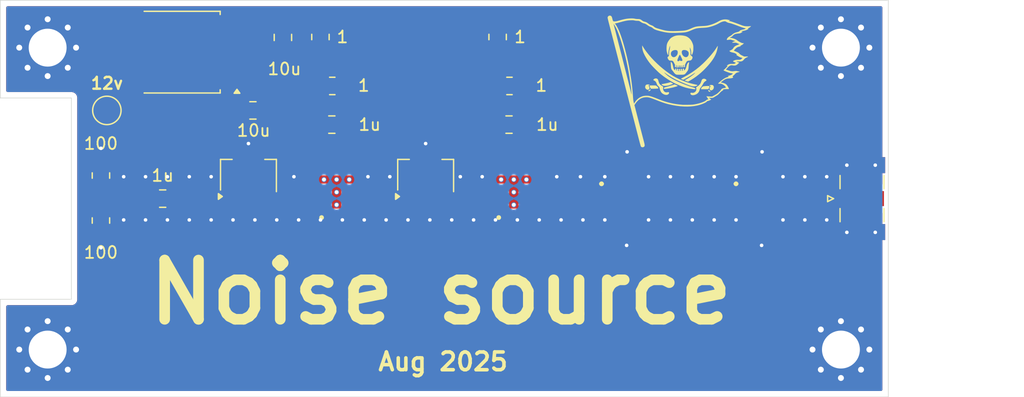
<source format=kicad_pcb>
(kicad_pcb (version 20240108) (generator "pcbnew") (generator_version "8.0")
  (layers (0 "F.Cu" signal) (31 "B.Cu" signal) (34 "B.Paste" user) (35 "F.Paste" user) (36 "B.SilkS" user "B.Silkscreen") (37 "F.SilkS" user "F.Silkscreen") (38 "B.Mask" user) (39 "F.Mask" user) (44 "Edge.Cuts" user))
  (net 0 "")
  (net 1 "GND")
  (net 2 "Net-(AT1-OUT)")
  (net 3 "Net-(AT1-IN)")
  (net 4 "Net-(U1-OUT)")
  (net 5 "Net-(C3-Pad1)")
  (net 6 "Net-(C4-Pad1)")
  (net 7 "Net-(C5-Pad1)")
  (net 8 "Net-(C5-Pad2)")
  (net 9 "Net-(R1-Pad2)")
  (net 10 "Net-(R3-Pad2)")
  (net 11 "Net-(U2-Pad3)")
  (net 12 "Net-(U3-Pad2)")
  (net 15 "Net-(U4-Pad1)")
  (net 16 "Net-(J1-Pin_1)")
  (net 17 "Net-(AT2-OUT)")
  (footprint "Package_TO_SOT_SMD:SOT-89-3" (layer "F.Cu") (at 129.659654 89.3 90)
    (property "Reference" "U2" (hide yes))
    (property "Value" "GVA-82" (hide yes))
    (pad "1" smd roundrect (at -1.95 -1.5 90) (size 1.3 0.9) (layers "F.Cu" "F.Paste" "F.Mask") (net 7 "Net-(C5-Pad1)"))
    (pad "2" smd custom (at -1.8625 0 90) (size 1.475 0.9) (layers "F.Cu" "F.Paste" "F.Mask") (net 1 "GND") (options (clearance outline) (anchor rect)) (primitives (gr_poly (pts (xy 3.8625 0.8665) (xy 0.7375 0.8665) (xy 0.7375 -0.8665) (xy 3.8625 -0.8665)) (width 0) (fill yes))))
    (pad "3" smd roundrect (at -1.95 1.5 90) (size 1.3 0.9) (layers "F.Cu" "F.Paste" "F.Mask") (net 11 "Net-(U2-Pad3)"))
  )
  (footprint "Capacitor_SMD:C_0805_2012Metric_Pad1.18x1.45mm_HandSolder" (layer "F.Cu") (at 132.569861 77.6375 -90)
    (property "Reference" "C2" (hide yes))
    (property "Value" "10u" (at 2.6625 -0.130139 180) (layer "F.SilkS"))
    (pad "1" smd roundrect (at -1.0375 0 270) (size 1.175 1.45) (layers "F.Cu" "F.Paste" "F.Mask") (roundrect_rratio 0.212766) (net 4 "Net-(U1-OUT)"))
    (pad "2" smd roundrect (at 1.0375 0 270) (size 1.175 1.45) (layers "F.Cu" "F.Paste" "F.Mask") (roundrect_rratio 0.212766) (net 1 "GND"))
  )
  (footprint "MountingHole:MountingHole_3.2mm_M3_Pad_Via" (layer "F.Cu") (at 112.7 104)
    (property "Reference" "H3" (hide yes))
    (property "Value" "MountingHole_Pad" (hide yes))
    (pad "1" thru_hole circle (at -2.4 0) (size 0.8 0.8) (drill 0.5) (layers "*.Cu" "*.Mask") (net 1 "GND"))
    (pad "1" thru_hole circle (at -1.697056 -1.697056) (size 0.8 0.8) (drill 0.5) (layers "*.Cu" "*.Mask") (net 1 "GND"))
    (pad "1" thru_hole circle (at -1.697056 1.697056) (size 0.8 0.8) (drill 0.5) (layers "*.Cu" "*.Mask") (net 1 "GND"))
    (pad "1" thru_hole circle (at 0 -2.4) (size 0.8 0.8) (drill 0.5) (layers "*.Cu" "*.Mask") (net 1 "GND"))
    (pad "1" thru_hole circle (at 0 0) (size 6.4 6.4) (drill 3.2) (layers "*.Cu" "*.Mask") (net 1 "GND"))
    (pad "1" thru_hole circle (at 0 2.4) (size 0.8 0.8) (drill 0.5) (layers "*.Cu" "*.Mask") (net 1 "GND"))
    (pad "1" thru_hole circle (at 1.697056 -1.697056) (size 0.8 0.8) (drill 0.5) (layers "*.Cu" "*.Mask") (net 1 "GND"))
    (pad "1" thru_hole circle (at 1.697056 1.697056) (size 0.8 0.8) (drill 0.5) (layers "*.Cu" "*.Mask") (net 1 "GND"))
    (pad "1" thru_hole circle (at 2.4 0) (size 0.8 0.8) (drill 0.5) (layers "*.Cu" "*.Mask") (net 1 "GND"))
  )
  (footprint "Capacitor_SMD:C_0805_2012Metric_Pad1.18x1.45mm_HandSolder" (layer "F.Cu") (at 136.702223 85 180)
    (property "Reference" "C3" (hide yes))
    (property "Value" "1u" (at -3.197777 0 0) (layer "F.SilkS"))
    (pad "1" smd roundrect (at -1.0375 0 180) (size 1.175 1.45) (layers "F.Cu" "F.Paste" "F.Mask") (roundrect_rratio 0.212766) (net 5 "Net-(C3-Pad1)"))
    (pad "2" smd roundrect (at 1.0375 0 180) (size 1.175 1.45) (layers "F.Cu" "F.Paste" "F.Mask") (roundrect_rratio 0.212766) (net 1 "GND"))
  )
  (footprint "Resistor_SMD:R_0805_2012Metric_Pad1.20x1.40mm_HandSolder" (layer "F.Cu") (at 136.739723 81.735)
    (property "Reference" "R2" (hide yes))
    (property "Value" "1" (at 2.660277 -0.035 0) (layer "F.SilkS"))
    (pad "1" smd roundrect (at -1 0) (size 1.2 1.4) (layers "F.Cu" "F.Paste" "F.Mask") (roundrect_rratio 0.208333) (net 9 "Net-(R1-Pad2)"))
    (pad "2" smd roundrect (at 1 0) (size 1.2 1.4) (layers "F.Cu" "F.Paste" "F.Mask") (roundrect_rratio 0.208333) (net 5 "Net-(C3-Pad1)"))
  )
  (footprint "Footprints:IC_TCBT-14_" (layer "F.Cu") (at 152.069861 89.64 90)
    (property "Reference" "U4" (hide yes))
    (property "Value" "TCBT-14_" (hide yes))
    (pad "1" smd rect (at -1.61 -1.27 90) (size 1.68 0.79) (layers "F.Cu" "F.Paste") (net 15 "Net-(U4-Pad1)"))
    (pad "2" smd rect (at -1.61 1.27 90) (size 1.68 0.79) (layers "F.Cu" "F.Paste") (net 3 "Net-(AT1-IN)"))
    (pad "3" smd rect (at 1.61 0.635 90) (size 1.68 2.06) (layers "F.Cu" "F.Paste") (net 6 "Net-(C4-Pad1)"))
    (pad "4" smd rect (at 1.61 -1.27 90) (size 1.68 0.79) (layers "F.Cu" "F.Paste"))
    (pad "5" smd custom (at 0 0 90) (size 0.1 0.1) (layers "F.Cu") (net 1 "GND") (options (clearance outline) (anchor rect)) (primitives (gr_poly (pts (xy -0.34 -1.7) (xy 0.35 -1.7) (xy 0.35 1.9) (xy -0.34 1.9) (xy -0.34 0.395) (xy -2.45 0.395) (xy -2.45 -0.395) (xy -0.34 -0.395)) (width 0.01) (fill yes))))
    (pad "6" thru_hole circle (at 0 0 90) (size 0.44 0.44) (drill 0.33) (layers "*.Cu"))
    (pad "7" thru_hole circle (at 0 -1.0668 90) (size 0.44 0.44) (drill 0.33) (layers "*.Cu"))
    (pad "8" thru_hole circle (at 0 1.0668 90) (size 0.44 0.44) (drill 0.33) (layers "*.Cu"))
    (pad "9" thru_hole circle (at -1.0668 0 90) (size 0.44 0.44) (drill 0.33) (layers "*.Cu"))
    (pad "10" thru_hole circle (at -2.1336 0 90) (size 0.44 0.44) (drill 0.33) (layers "*.Cu"))
  )
  (footprint "MountingHole:MountingHole_3.2mm_M3_Pad_Via" (layer "F.Cu") (at 112.7 78.5)
    (property "Reference" "H1" (hide yes))
    (property "Value" "MountingHole_Pad" (hide yes))
    (pad "1" thru_hole circle (at -2.4 0) (size 0.8 0.8) (drill 0.5) (layers "*.Cu" "*.Mask") (net 1 "GND"))
    (pad "1" thru_hole circle (at -1.697056 -1.697056) (size 0.8 0.8) (drill 0.5) (layers "*.Cu" "*.Mask") (net 1 "GND"))
    (pad "1" thru_hole circle (at -1.697056 1.697056) (size 0.8 0.8) (drill 0.5) (layers "*.Cu" "*.Mask") (net 1 "GND"))
    (pad "1" thru_hole circle (at 0 -2.4) (size 0.8 0.8) (drill 0.5) (layers "*.Cu" "*.Mask") (net 1 "GND"))
    (pad "1" thru_hole circle (at 0 0) (size 6.4 6.4) (drill 3.2) (layers "*.Cu" "*.Mask") (net 1 "GND"))
    (pad "1" thru_hole circle (at 0 2.4) (size 0.8 0.8) (drill 0.5) (layers "*.Cu" "*.Mask") (net 1 "GND"))
    (pad "1" thru_hole circle (at 1.697056 -1.697056) (size 0.8 0.8) (drill 0.5) (layers "*.Cu" "*.Mask") (net 1 "GND"))
    (pad "1" thru_hole circle (at 1.697056 1.697056) (size 0.8 0.8) (drill 0.5) (layers "*.Cu" "*.Mask") (net 1 "GND"))
    (pad "1" thru_hole circle (at 2.4 0) (size 0.8 0.8) (drill 0.5) (layers "*.Cu" "*.Mask") (net 1 "GND"))
  )
  (footprint "Footprints:PAT3" (layer "F.Cu") (at 161.63993 91.25)
    (property "Reference" "AT1" (hide yes))
    (property "Value" "PAT-3+" (hide yes))
    (pad "1" smd rect (at -2.16 0 90) (size 1.52 1.52) (layers "F.Cu" "F.Paste" "F.Mask") (net 3 "Net-(AT1-IN)"))
    (pad "2" smd rect (at 0 2.095 90) (size 1.65 2.03) (layers "F.Cu" "F.Paste" "F.Mask") (net 1 "GND"))
    (pad "3" smd rect (at 2.16 0 90) (size 1.52 1.52) (layers "F.Cu" "F.Paste" "F.Mask") (net 2 "Net-(AT1-OUT)"))
    (pad "4" smd rect (at 0 -2.095 90) (size 1.65 2.03) (layers "F.Cu" "F.Paste" "F.Mask") (net 1 "GND"))
  )
  (footprint "LOGO" (layer "F.Cu") (at 166.2 81.3)
    (property "Reference" "G***" (hide yes))
    (property "Value" "LOGO" (hide yes))
  )
  (footprint "Capacitor_SMD:C_0805_2012Metric_Pad1.18x1.45mm_HandSolder" (layer "F.Cu") (at 130.0375 83.8)
    (property "Reference" "C1" (hide yes))
    (property "Value" "10u" (at 0.0625 1.7 0) (layer "F.SilkS"))
    (pad "1" smd roundrect (at -1.0375 0) (size 1.175 1.45) (layers "F.Cu" "F.Paste" "F.Mask") (roundrect_rratio 0.212766) (net 16 "Net-(J1-Pin_1)"))
    (pad "2" smd roundrect (at 1.0375 0) (size 1.175 1.45) (layers "F.Cu" "F.Paste" "F.Mask") (roundrect_rratio 0.212766) (net 1 "GND"))
  )
  (footprint "Package_TO_SOT_SMD:TO-252-2" (layer "F.Cu") (at 123.96 78.88 180)
    (property "Reference" "U1" (hide yes))
    (property "Value" "L7805" (hide yes))
    (pad "1" smd roundrect (at -5.04 -2.28 180) (size 2.2 1.2) (layers "F.Cu" "F.Paste" "F.Mask") (roundrect_rratio 0.208333) (net 16 "Net-(J1-Pin_1)"))
    (pad "2" smd roundrect (at -0.415 -1.525 180) (size 3.05 2.75) (layers "F.Cu" "F.Paste") (roundrect_rratio 0.090909) (net 1 "GND"))
    (pad "2" smd roundrect (at -0.415 1.525 180) (size 3.05 2.75) (layers "F.Cu" "F.Paste") (roundrect_rratio 0.090909) (net 1 "GND"))
    (pad "2" smd roundrect (at 1.26 0 180) (size 6.4 5.8) (layers "F.Cu" "F.Mask") (roundrect_rratio 0.043103) (net 1 "GND"))
    (pad "2" smd roundrect (at 2.935 -1.525 180) (size 3.05 2.75) (layers "F.Cu" "F.Paste") (roundrect_rratio 0.090909) (net 1 "GND"))
    (pad "2" smd roundrect (at 2.935 1.525 180) (size 3.05 2.75) (layers "F.Cu" "F.Paste") (roundrect_rratio 0.090909) (net 1 "GND"))
    (pad "3" smd roundrect (at -5.04 2.28 180) (size 2.2 1.2) (layers "F.Cu" "F.Paste" "F.Mask") (roundrect_rratio 0.208333) (net 4 "Net-(U1-OUT)"))
  )
  (footprint "Resistor_SMD:R_0805_2012Metric_Pad1.20x1.40mm_HandSolder" (layer "F.Cu") (at 117.2 93.1 -90)
    (property "Reference" "R5" (hide yes))
    (property "Value" "100" (at 2.7 0 180) (layer "F.SilkS"))
    (pad "1" smd roundrect (at -1 0 270) (size 1.2 1.4) (layers "F.Cu" "F.Paste" "F.Mask") (roundrect_rratio 0.208333) (net 8 "Net-(C5-Pad2)"))
    (pad "2" smd roundrect (at 1 0 270) (size 1.2 1.4) (layers "F.Cu" "F.Paste" "F.Mask") (roundrect_rratio 0.208333) (net 1 "GND"))
  )
  (footprint "Footprints:SMA_Edge" (layer "F.Cu") (at 181.335 91.25 90)
    (property "Reference" "J2" (hide yes))
    (property "Value" "ANT")
    (pad "1" smd rect (at 0 0.2 90) (size 1.27 3.6) (layers "F.Cu" "F.Paste" "F.Mask") (net 17 "Net-(AT2-OUT)"))
    (pad "2" smd rect (at -2.825 0 90) (size 1.35 4.2) (layers "F.Cu" "F.Paste" "F.Mask") (net 1 "GND"))
    (pad "2" smd rect (at -2.825 0 90) (size 1.35 4.2) (layers "B.Cu" "B.Paste" "B.Mask") (net 1 "GND"))
    (pad "2" smd rect (at 2.825 0 90) (size 1.35 4.2) (layers "F.Cu" "F.Paste" "F.Mask") (net 1 "GND"))
    (pad "2" smd rect (at 2.825 0 90) (size 1.35 4.2) (layers "B.Cu" "B.Paste" "B.Mask") (net 1 "GND"))
  )
  (footprint "Resistor_SMD:R_0805_2012Metric_Pad1.20x1.40mm_HandSolder" (layer "F.Cu") (at 135.739723 77.6 -90)
    (property "Reference" "R1" (hide yes))
    (property "Value" "1" (at 0 -1.860277 180) (layer "F.SilkS"))
    (pad "1" smd roundrect (at -1 0 270) (size 1.2 1.4) (layers "F.Cu" "F.Paste" "F.Mask") (roundrect_rratio 0.208333) (net 4 "Net-(U1-OUT)"))
    (pad "2" smd roundrect (at 1 0 270) (size 1.2 1.4) (layers "F.Cu" "F.Paste" "F.Mask") (roundrect_rratio 0.208333) (net 9 "Net-(R1-Pad2)"))
  )
  (footprint "Capacitor_SMD:C_0805_2012Metric_Pad1.18x1.45mm_HandSolder" (layer "F.Cu") (at 151.667361 85 180)
    (property "Reference" "C4" (hide yes))
    (property "Value" "1u" (at -3.232639 0 0) (layer "F.SilkS"))
    (pad "1" smd roundrect (at -1.0375 0 180) (size 1.175 1.45) (layers "F.Cu" "F.Paste" "F.Mask") (roundrect_rratio 0.212766) (net 6 "Net-(C4-Pad1)"))
    (pad "2" smd roundrect (at 1.0375 0 180) (size 1.175 1.45) (layers "F.Cu" "F.Paste" "F.Mask") (roundrect_rratio 0.212766) (net 1 "GND"))
  )
  (footprint "Footprints:IC_TCBT-14_" (layer "F.Cu") (at 137.104723 89.64 90)
    (property "Reference" "U3" (hide yes))
    (property "Value" "TCBT-14_" (hide yes))
    (pad "1" smd rect (at -1.61 -1.27 90) (size 1.68 0.79) (layers "F.Cu" "F.Paste") (net 11 "Net-(U2-Pad3)"))
    (pad "2" smd rect (at -1.61 1.27 90) (size 1.68 0.79) (layers "F.Cu" "F.Paste") (net 12 "Net-(U3-Pad2)"))
    (pad "3" smd rect (at 1.61 0.635 90) (size 1.68 2.06) (layers "F.Cu" "F.Paste") (net 5 "Net-(C3-Pad1)"))
    (pad "4" smd rect (at 1.61 -1.27 90) (size 1.68 0.79) (layers "F.Cu" "F.Paste"))
    (pad "5" smd custom (at 0 0 90) (size 0.1 0.1) (layers "F.Cu") (net 1 "GND") (options (clearance outline) (anchor rect)) (primitives (gr_poly (pts (xy -0.34 -1.7) (xy 0.35 -1.7) (xy 0.35 1.9) (xy -0.34 1.9) (xy -0.34 0.395) (xy -2.45 0.395) (xy -2.45 -0.395) (xy -0.34 -0.395)) (width 0.01) (fill yes))))
    (pad "6" thru_hole circle (at 0 0 90) (size 0.44 0.44) (drill 0.33) (layers "*.Cu"))
    (pad "7" thru_hole circle (at 0 -1.0668 90) (size 0.44 0.44) (drill 0.33) (layers "*.Cu"))
    (pad "8" thru_hole circle (at 0 1.0668 90) (size 0.44 0.44) (drill 0.33) (layers "*.Cu"))
    (pad "9" thru_hole circle (at -1.0668 0 90) (size 0.44 0.44) (drill 0.33) (layers "*.Cu"))
    (pad "10" thru_hole circle (at -2.1336 0 90) (size 0.44 0.44) (drill 0.33) (layers "*.Cu"))
  )
  (footprint "TestPoint:TestPoint_Pad_D2.0mm" (layer "F.Cu") (at 117.7 83.8)
    (property "Reference" "J1" (hide yes))
    (property "Value" "PWR" (hide yes))
    (pad "1" smd circle (at 0 0) (size 2 2) (layers "F.Cu" "F.Mask") (net 16 "Net-(J1-Pin_1)"))
  )
  (footprint "Resistor_SMD:R_0805_2012Metric_Pad1.20x1.40mm_HandSolder" (layer "F.Cu") (at 117.2 89.3 90)
    (property "Reference" "R6" (hide yes))
    (property "Value" "100" (at 2.7 0 180) (layer "F.SilkS"))
    (pad "1" smd roundrect (at -1 0 90) (size 1.2 1.4) (layers "F.Cu" "F.Paste" "F.Mask") (roundrect_rratio 0.208333) (net 8 "Net-(C5-Pad2)"))
    (pad "2" smd roundrect (at 1 0 90) (size 1.2 1.4) (layers "F.Cu" "F.Paste" "F.Mask") (roundrect_rratio 0.208333) (net 1 "GND"))
  )
  (footprint "Footprints:PAT3" (layer "F.Cu") (at 173 91.25)
    (property "Reference" "AT2" (hide yes))
    (property "Value" "PAT-3+" (hide yes))
    (pad "1" smd rect (at -2.16 0 90) (size 1.52 1.52) (layers "F.Cu" "F.Paste" "F.Mask") (net 2 "Net-(AT1-OUT)"))
    (pad "2" smd rect (at 0 2.095 90) (size 1.65 2.03) (layers "F.Cu" "F.Paste" "F.Mask") (net 1 "GND"))
    (pad "3" smd rect (at 2.16 0 90) (size 1.52 1.52) (layers "F.Cu" "F.Paste" "F.Mask") (net 17 "Net-(AT2-OUT)"))
    (pad "4" smd rect (at 0 -2.095 90) (size 1.65 2.03) (layers "F.Cu" "F.Paste" "F.Mask") (net 1 "GND"))
  )
  (footprint "Resistor_SMD:R_0805_2012Metric_Pad1.20x1.40mm_HandSolder" (layer "F.Cu") (at 151.704861 81.735)
    (property "Reference" "R4" (hide yes))
    (property "Value" "1" (at 2.695139 -0.035 0) (layer "F.SilkS"))
    (pad "1" smd roundrect (at -1 0) (size 1.2 1.4) (layers "F.Cu" "F.Paste" "F.Mask") (roundrect_rratio 0.208333) (net 10 "Net-(R3-Pad2)"))
    (pad "2" smd roundrect (at 1 0) (size 1.2 1.4) (layers "F.Cu" "F.Paste" "F.Mask") (roundrect_rratio 0.208333) (net 6 "Net-(C4-Pad1)"))
  )
  (footprint "Capacitor_SMD:C_0805_2012Metric_Pad1.18x1.45mm_HandSolder" (layer "F.Cu") (at 122.414585 91.25 180)
    (property "Reference" "C5" (hide yes))
    (property "Value" "1u" (at 0 1.95 0) (layer "F.SilkS"))
    (pad "1" smd roundrect (at -1.0375 0 180) (size 1.175 1.45) (layers "F.Cu" "F.Paste" "F.Mask") (roundrect_rratio 0.212766) (net 7 "Net-(C5-Pad1)"))
    (pad "2" smd roundrect (at 1.0375 0 180) (size 1.175 1.45) (layers "F.Cu" "F.Paste" "F.Mask") (roundrect_rratio 0.212766) (net 8 "Net-(C5-Pad2)"))
  )
  (footprint "MountingHole:MountingHole_3.2mm_M3_Pad_Via" (layer "F.Cu") (at 179.7 104)
    (property "Reference" "H4" (hide yes))
    (property "Value" "MountingHole_Pad" (hide yes))
    (pad "1" thru_hole circle (at -2.4 0) (size 0.8 0.8) (drill 0.5) (layers "*.Cu" "*.Mask") (net 1 "GND"))
    (pad "1" thru_hole circle (at -1.697056 -1.697056) (size 0.8 0.8) (drill 0.5) (layers "*.Cu" "*.Mask") (net 1 "GND"))
    (pad "1" thru_hole circle (at -1.697056 1.697056) (size 0.8 0.8) (drill 0.5) (layers "*.Cu" "*.Mask") (net 1 "GND"))
    (pad "1" thru_hole circle (at 0 -2.4) (size 0.8 0.8) (drill 0.5) (layers "*.Cu" "*.Mask") (net 1 "GND"))
    (pad "1" thru_hole circle (at 0 0) (size 6.4 6.4) (drill 3.2) (layers "*.Cu" "*.Mask") (net 1 "GND"))
    (pad "1" thru_hole circle (at 0 2.4) (size 0.8 0.8) (drill 0.5) (layers "*.Cu" "*.Mask") (net 1 "GND"))
    (pad "1" thru_hole circle (at 1.697056 -1.697056) (size 0.8 0.8) (drill 0.5) (layers "*.Cu" "*.Mask") (net 1 "GND"))
    (pad "1" thru_hole circle (at 1.697056 1.697056) (size 0.8 0.8) (drill 0.5) (layers "*.Cu" "*.Mask") (net 1 "GND"))
    (pad "1" thru_hole circle (at 2.4 0) (size 0.8 0.8) (drill 0.5) (layers "*.Cu" "*.Mask") (net 1 "GND"))
  )
  (footprint "MountingHole:MountingHole_3.2mm_M3_Pad_Via" (layer "F.Cu") (at 179.7 78.5)
    (property "Reference" "H2" (hide yes))
    (property "Value" "MountingHole_Pad" (hide yes))
    (pad "1" thru_hole circle (at -2.4 0) (size 0.8 0.8) (drill 0.5) (layers "*.Cu" "*.Mask") (net 1 "GND"))
    (pad "1" thru_hole circle (at -1.697056 -1.697056) (size 0.8 0.8) (drill 0.5) (layers "*.Cu" "*.Mask") (net 1 "GND"))
    (pad "1" thru_hole circle (at -1.697056 1.697056) (size 0.8 0.8) (drill 0.5) (layers "*.Cu" "*.Mask") (net 1 "GND"))
    (pad "1" thru_hole circle (at 0 -2.4) (size 0.8 0.8) (drill 0.5) (layers "*.Cu" "*.Mask") (net 1 "GND"))
    (pad "1" thru_hole circle (at 0 0) (size 6.4 6.4) (drill 3.2) (layers "*.Cu" "*.Mask") (net 1 "GND"))
    (pad "1" thru_hole circle (at 0 2.4) (size 0.8 0.8) (drill 0.5) (layers "*.Cu" "*.Mask") (net 1 "GND"))
    (pad "1" thru_hole circle (at 1.697056 -1.697056) (size 0.8 0.8) (drill 0.5) (layers "*.Cu" "*.Mask") (net 1 "GND"))
    (pad "1" thru_hole circle (at 1.697056 1.697056) (size 0.8 0.8) (drill 0.5) (layers "*.Cu" "*.Mask") (net 1 "GND"))
    (pad "1" thru_hole circle (at 2.4 0) (size 0.8 0.8) (drill 0.5) (layers "*.Cu" "*.Mask") (net 1 "GND"))
  )
  (footprint "Package_TO_SOT_SMD:SOT-89-3" (layer "F.Cu") (at 144.624792 89.3 90)
    (property "Reference" "U5" (hide yes))
    (property "Value" "GVA-82" (hide yes))
    (pad "1" smd roundrect (at -1.95 -1.5 90) (size 1.3 0.9) (layers "F.Cu" "F.Paste" "F.Mask") (net 12 "Net-(U3-Pad2)"))
    (pad "2" smd custom (at -1.8625 0 90) (size 1.475 0.9) (layers "F.Cu" "F.Paste" "F.Mask") (net 1 "GND") (options (clearance outline) (anchor rect)) (primitives (gr_poly (pts (xy 3.8625 0.8665) (xy 0.7375 0.8665) (xy 0.7375 -0.8665) (xy 3.8625 -0.8665)) (width 0) (fill yes))))
    (pad "3" smd roundrect (at -1.95 1.5 90) (size 1.3 0.9) (layers "F.Cu" "F.Paste" "F.Mask") (net 15 "Net-(U4-Pad1)"))
  )
  (footprint "Resistor_SMD:R_0805_2012Metric_Pad1.20x1.40mm_HandSolder" (layer "F.Cu") (at 150.704861 77.6 -90)
    (property "Reference" "R3" (hide yes))
    (property "Value" "1" (at 0 -1.895139 180) (layer "F.SilkS"))
    (pad "1" smd roundrect (at -1 0 270) (size 1.2 1.4) (layers "F.Cu" "F.Paste" "F.Mask") (roundrect_rratio 0.208333) (net 4 "Net-(U1-OUT)"))
    (pad "2" smd roundrect (at 1 0 270) (size 1.2 1.4) (layers "F.Cu" "F.Paste" "F.Mask") (roundrect_rratio 0.208333) (net 10 "Net-(R3-Pad2)"))
  )
  (gr_line (start 183.7 108) (end 183.7 74.5) (stroke (width 0.05)) (layer "Edge.Cuts"))
  (gr_line (start 108.7 99.75) (end 108.7 108) (stroke (width 0.05)) (layer "Edge.Cuts"))
  (gr_line (start 108.7 99.75) (end 114.7 99.75) (stroke (width 0.05)) (layer "Edge.Cuts"))
  (gr_line (start 114.7 82.75) (end 114.7 99.75) (stroke (width 0.05)) (layer "Edge.Cuts"))
  (gr_line (start 183.7 74.5) (end 108.7 74.5) (stroke (width 0.05)) (layer "Edge.Cuts"))
  (gr_line (start 108.7 74.5) (end 108.7 82.75) (stroke (width 0.05)) (layer "Edge.Cuts"))
  (gr_line (start 114.7 82.75) (end 108.7 82.75) (stroke (width 0.05)) (layer "Edge.Cuts"))
  (gr_line (start 108.7 108) (end 183.7 108) (stroke (width 0.05)) (layer "Edge.Cuts"))
  (gr_text "Noise source" (at 120.8 102.1 0) (layer "F.SilkS") (effects (font (size 5 5) (thickness 0.9) (bold yes)) (justify left bottom)))
  (gr_text "12v" (at 116.241667 82.1 0) (layer "F.SilkS") (effects (font (size 1 1) (thickness 0.2) (bold yes)) (justify left bottom)))
  (gr_text "Aug 2025" (at 140.47143 105.9 0) (layer "F.SilkS") (effects (font (size 1.5 1.5) (thickness 0.3) (bold yes)) (justify left bottom)))
  (via (at 146.827805 93.05) (size 0.6) (drill 0.3) (layers "F.Cu" "B.Cu") (net 1))
  (via (at 182.6 88.425) (size 0.6) (drill 0.3) (layers "F.Cu" "B.Cu") (net 1))
  (via (at 178.5 93.05) (size 0.6) (drill 0.3) (layers "F.Cu" "B.Cu") (net 1))
  (via (at 163.452488 89.4) (size 0.6) (drill 0.3) (layers "F.Cu" "B.Cu") (net 1))
  (via (at 144.980618 93.05) (size 0.6) (drill 0.3) (layers "F.Cu" "B.Cu") (net 1))
  (via (at 176.652797 89.4) (size 0.6) (drill 0.3) (layers "F.Cu" "B.Cu") (net 1))
  (via (at 168.994049 89.4) (size 0.6) (drill 0.3) (layers "F.Cu" "B.Cu") (net 1))
  (via (at 120.967187 89.4) (size 0.6) (drill 0.3) (layers "F.Cu" "B.Cu") (net 1))
  (via (at 182.6 94.1) (size 0.6) (drill 0.3) (layers "F.Cu" "B.Cu") (net 1))
  (via (at 117.2 95.4) (size 0.6) (drill 0.3) (layers "F.Cu" "B.Cu") (net 1))
  (via (at 167.146862 93.05) (size 0.6) (drill 0.3) (layers "F.Cu" "B.Cu") (net 1))
  (via (at 130.203122 93.05) (size 0.6) (drill 0.3) (layers "F.Cu" "B.Cu") (net 1))
  (via (at 119.12 93.05) (size 0.6) (drill 0.3) (layers "F.Cu" "B.Cu") (net 1))
  (via (at 122.814374 93.05) (size 0.6) (drill 0.3) (layers "F.Cu" "B.Cu") (net 1))
  (via (at 137.59187 93.05) (size 0.6) (drill 0.3) (layers "F.Cu" "B.Cu") (net 1))
  (via (at 143.133431 93.05) (size 0.6) (drill 0.3) (layers "F.Cu" "B.Cu") (net 1))
  (via (at 176.652797 93.05) (size 0.6) (drill 0.3) (layers "F.Cu" "B.Cu") (net 1))
  (via (at 156.06374 93.05) (size 0.6) (drill 0.3) (layers "F.Cu" "B.Cu") (net 1))
  (via (at 163.452488 93.05) (size 0.6) (drill 0.3) (layers "F.Cu" "B.Cu") (net 1))
  (via (at 168.994049 93.05) (size 0.6) (drill 0.3) (layers "F.Cu" "B.Cu") (net 1))
  (via (at 129.659654 86.6) (size 0.6) (drill 0.3) (layers "F.Cu" "B.Cu") (net 1))
  (via (at 141.286244 93.05) (size 0.6) (drill 0.3) (layers "F.Cu" "B.Cu") (net 1))
  (via (at 174.80561 89.4) (size 0.6) (drill 0.3) (layers "F.Cu" "B.Cu") (net 1))
  (via (at 128.355935 93.05) (size 0.6) (drill 0.3) (layers "F.Cu" "B.Cu") (net 1))
  (via (at 159.758114 93.05) (size 0.6) (drill 0.3) (layers "F.Cu" "B.Cu") (net 1))
  (via (at 157.7 89.4) (size 0.6) (drill 0.3) (layers "F.Cu" "B.Cu") (net 1))
  (via (at 178.5 89.4) (size 0.6) (drill 0.3) (layers "F.Cu" "B.Cu") (net 1))
  (via (at 147.552813 89.4) (size 0.6) (drill 0.3) (layers "F.Cu" "B.Cu") (net 1))
  (via (at 165.299675 89.4) (size 0.6) (drill 0.3) (layers "F.Cu" "B.Cu") (net 1))
  (via (at 132.050309 93.05) (size 0.6) (drill 0.3) (layers "F.Cu" "B.Cu") (net 1))
  (via (at 170.841236 93.05) (size 0.6) (drill 0.3) (layers "F.Cu" "B.Cu") (net 1))
  (via (at 120.967187 93.05) (size 0.6) (drill 0.3) (layers "F.Cu" "B.Cu") (net 1))
  (via (at 124.661561 89.4) (size 0.6) (drill 0.3) (layers "F.Cu" "B.Cu") (net 1))
  (via (at 139.439057 93.05) (size 0.6) (drill 0.3) (layers "F.Cu" "B.Cu") (net 1))
  (via (at 124.661561 93.05) (size 0.6) (drill 0.3) (layers "F.Cu" "B.Cu") (net 1))
  (via (at 152.369366 93.05) (size 0.6) (drill 0.3) (layers "F.Cu" "B.Cu") (net 1))
  (via (at 180.2 88.425) (size 0.6) (drill 0.3) (layers "F.Cu" "B.Cu") (net 1))
  (via (at 161.63993 87.3) (size 0.6) (drill 0.3) (layers "F.Cu" "B.Cu") (net 1))
  (via (at 122.814374 89.4) (size 0.6) (drill 0.3) (layers "F.Cu" "B.Cu") (net 1))
  (via (at 170.841236 89.4) (size 0.6) (drill 0.3) (layers "F.Cu" "B.Cu") (net 1))
  (via (at 119.12 89.4) (size 0.6) (drill 0.3) (layers "F.Cu" "B.Cu") (net 1))
  (via (at 173 95.2) (size 0.6) (drill 0.3) (layers "F.Cu" "B.Cu") (net 1))
  (via (at 126.508748 89.4) (size 0.6) (drill 0.3) (layers "F.Cu" "B.Cu") (net 1))
  (via (at 126.508748 93.05) (size 0.6) (drill 0.3) (layers "F.Cu" "B.Cu") (net 1))
  (via (at 161.6 95.2) (size 0.6) (drill 0.3) (layers "F.Cu" "B.Cu") (net 1))
  (via (at 150.522179 93.05) (size 0.6) (drill 0.3) (layers "F.Cu" "B.Cu") (net 1))
  (via (at 154.216553 93.05) (size 0.6) (drill 0.3) (layers "F.Cu" "B.Cu") (net 1))
  (via (at 133.897496 93.05) (size 0.6) (drill 0.3) (layers "F.Cu" "B.Cu") (net 1))
  (via (at 167.146862 89.4) (size 0.6) (drill 0.3) (layers "F.Cu" "B.Cu") (net 1))
  (via (at 141.6 89.4) (size 0.6) (drill 0.3) (layers "F.Cu" "B.Cu") (net 1))
  (via (at 180.2 94.1) (size 0.6) (drill 0.3) (layers "F.Cu" "B.Cu") (net 1))
  (via (at 157.910927 93.05) (size 0.6) (drill 0.3) (layers "F.Cu" "B.Cu") (net 1))
  (via (at 159.758114 89.4) (size 0.6) (drill 0.3) (layers "F.Cu" "B.Cu") (net 1))
  (via (at 144.624792 86.6) (size 0.6) (drill 0.3) (layers "F.Cu" "B.Cu") (net 1))
  (via (at 133.5 89.4) (size 0.6) (drill 0.3) (layers "F.Cu" "B.Cu") (net 1))
  (via (at 173.03993 87.3) (size 0.6) (drill 0.3) (layers "F.Cu" "B.Cu") (net 1))
  (via (at 149.4 89.4) (size 0.6) (drill 0.3) (layers "F.Cu" "B.Cu") (net 1))
  (via (at 117.2 87) (size 0.6) (drill 0.3) (layers "F.Cu" "B.Cu") (net 1))
  (via (at 135.744683 93.05) (size 0.6) (drill 0.3) (layers "F.Cu" "B.Cu") (net 1))
  (via (at 148.674992 93.05) (size 0.6) (drill 0.3) (layers "F.Cu" "B.Cu") (net 1))
  (via (at 139.752813 89.4) (size 0.6) (drill 0.3) (layers "F.Cu" "B.Cu") (net 1))
  (via (at 165.299675 93.05) (size 0.6) (drill 0.3) (layers "F.Cu" "B.Cu") (net 1))
  (via (at 155.7 89.4) (size 0.6) (drill 0.3) (layers "F.Cu" "B.Cu") (net 1))
  (via (at 174.80561 93.05) (size 0.6) (drill 0.3) (layers "F.Cu" "B.Cu") (net 1))
  (segment (start 170.84 91.25) (end 163.79993 91.25) (width 1.4364) (layer "F.Cu") (net 2))
  (segment (start 159.47993 91.25) (end 153.8 91.25) (width 1.4364) (layer "F.Cu") (net 3))
  (segment (start 150.704861 76.6) (end 129 76.6) (width 1.4364) (layer "F.Cu") (net 4))
  (segment (start 137.739723 81.735) (end 137.739723 88.03) (width 1.4364) (layer "F.Cu") (net 5))
  (segment (start 152.704861 81.735) (end 152.704861 88.03) (width 1.4364) (layer "F.Cu") (net 6))
  (segment (start 123.59 91.25) (end 127.9 91.25) (width 1.4364) (layer "F.Cu") (net 7))
  (segment (start 117.2 91.3) (end 117.2 92.1) (width 1.4364) (layer "F.Cu") (net 8))
  (segment (start 121.25 91.25) (end 117.25 91.25) (width 1.4364) (layer "F.Cu") (net 8))
  (segment (start 117.25 91.25) (end 117.2 91.3) (width 1.4364) (layer "F.Cu") (net 8))
  (segment (start 117.2 90.3) (end 117.2 91.3) (width 1.4364) (layer "F.Cu") (net 8))
  (segment (start 135.739723 78.6) (end 135.739723 81.735) (width 1.4364) (layer "F.Cu") (net 9))
  (segment (start 150.704861 78.6) (end 150.704861 81.735) (width 1.4364) (layer "F.Cu") (net 10))
  (segment (start 131.43 91.25) (end 135.5 91.25) (width 1.4364) (layer "F.Cu") (net 11))
  (segment (start 142.85 91.25) (end 138.7 91.25) (width 1.4364) (layer "F.Cu") (net 12))
  (segment (start 146.39 91.25) (end 150.42 91.25) (width 1.4364) (layer "F.Cu") (net 15))
  (segment (start 129 81.16) (end 129 83.8) (width 1.4364) (layer "F.Cu") (net 16))
  (segment (start 117.7 83.8) (end 129 83.8) (width 1.4364) (layer "F.Cu") (net 16))
  (segment (start 175.16 91.25) (end 181.535 91.25) (width 1.4364) (layer "F.Cu") (net 17))
  (zone (net 1) (net_name "GND") (layers "F&B.Cu") (connect_pads yes (clearance 0.5)) (min_thickness 0.25) (fill yes (thermal_gap 0.5) (thermal_bridge_width 0.5))
    (polygon (pts (xy 183.75 74.5) (xy 183.75 108) (xy 108.7 108) (xy 108.7 74.5)))
  )
)
</source>
